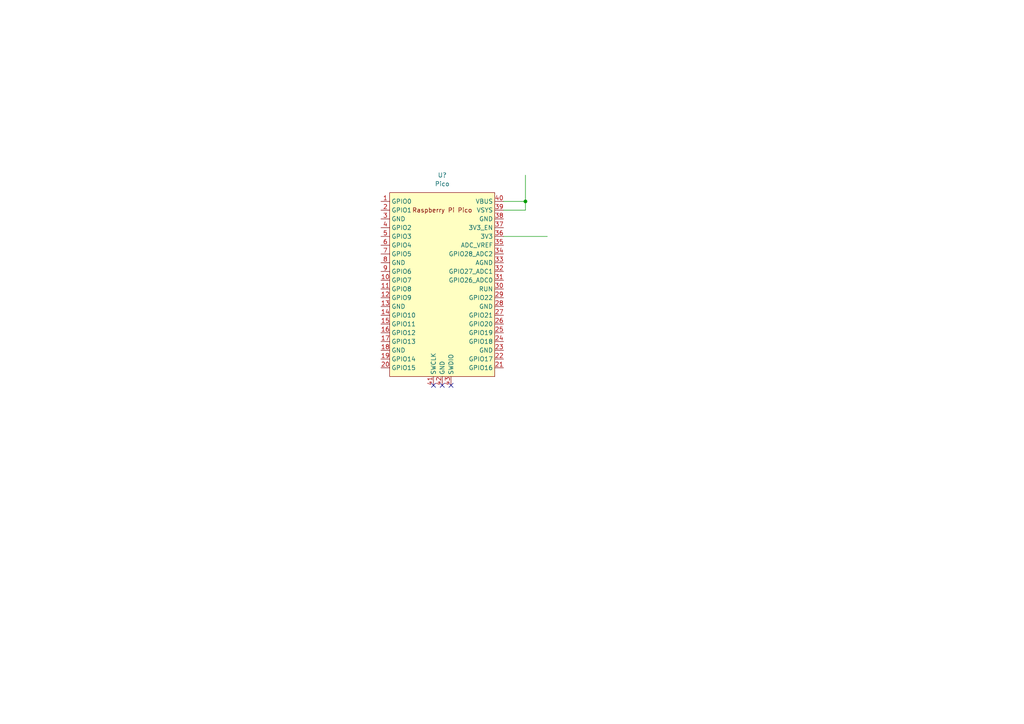
<source format=kicad_sch>
(kicad_sch (version 20231120) (generator "eeschema") (generator_version "8.0")
  (paper "A4")
  (lib_symbols
    (symbol "MCU_RaspberryPi_and_Boards:Pico"
      (property "Reference" "U" (at -13.97 27.94 0))
      (property "Value" "Pico" (at 0 19.05 0))
      (symbol "Pico_0_0"
        (text "Raspberry Pi Pico" (at 0 21.59 0) (effects (font (size 1.27 1.27))))
      )
      (symbol "Pico_0_1"
        (rectangle (start -15.24 26.67) (end 15.24 -26.67) (fill (type background)))
      )
      (symbol "Pico_1_1"
        (pin bidirectional line (at -17.78 24.13 0) (length 2.54) (name "GPIO0") (number "1"))
        (pin bidirectional line (at -17.78 1.27 0) (length 2.54) (name "GPIO7") (number "10"))
        (pin bidirectional line (at -17.78 -1.27 0) (length 2.54) (name "GPIO8") (number "11"))
        (pin bidirectional line (at -17.78 -3.81 0) (length 2.54) (name "GPIO9") (number "12"))
        (pin power_in line (at -17.78 -6.35 0) (length 2.54) (name "GND") (number "13"))
        (pin bidirectional line (at -17.78 -8.89 0) (length 2.54) (name "GPIO10") (number "14"))
        (pin bidirectional line (at -17.78 -11.43 0) (length 2.54) (name "GPIO11") (number "15"))
        (pin bidirectional line (at -17.78 -13.97 0) (length 2.54) (name "GPIO12") (number "16"))
        (pin bidirectional line (at -17.78 -16.51 0) (length 2.54) (name "GPIO13") (number "17"))
        (pin power_in line (at -17.78 -19.05 0) (length 2.54) (name "GND") (number "18"))
        (pin bidirectional line (at -17.78 -21.59 0) (length 2.54) (name "GPIO14") (number "19"))
        (pin bidirectional line (at -17.78 21.59 0) (length 2.54) (name "GPIO1") (number "2"))
        (pin bidirectional line (at -17.78 -24.13 0) (length 2.54) (name "GPIO15") (number "20"))
        (pin bidirectional line (at 17.78 -24.13 180) (length 2.54) (name "GPIO16") (number "21"))
        (pin bidirectional line (at 17.78 -21.59 180) (length 2.54) (name "GPIO17") (number "22"))
        (pin power_in line (at 17.78 -19.05 180) (length 2.54) (name "GND") (number "23"))
        (pin bidirectional line (at 17.78 -16.51 180) (length 2.54) (name "GPIO18") (number "24"))
        (pin bidirectional line (at 17.78 -13.97 180) (length 2.54) (name "GPIO19") (number "25"))
        (pin bidirectional line (at 17.78 -11.43 180) (length 2.54) (name "GPIO20") (number "26"))
        (pin bidirectional line (at 17.78 -8.89 180) (length 2.54) (name "GPIO21") (number "27"))
        (pin power_in line (at 17.78 -6.35 180) (length 2.54) (name "GND") (number "28"))
        (pin bidirectional line (at 17.78 -3.81 180) (length 2.54) (name "GPIO22") (number "29"))
        (pin power_in line (at -17.78 19.05 0) (length 2.54) (name "GND") (number "3"))
        (pin input line (at 17.78 -1.27 180) (length 2.54) (name "RUN") (number "30"))
        (pin bidirectional line (at 17.78 1.27 180) (length 2.54) (name "GPIO26_ADC0") (number "31"))
        (pin bidirectional line (at 17.78 3.81 180) (length 2.54) (name "GPIO27_ADC1") (number "32"))
        (pin power_in line (at 17.78 6.35 180) (length 2.54) (name "AGND") (number "33"))
        (pin bidirectional line (at 17.78 8.89 180) (length 2.54) (name "GPIO28_ADC2") (number "34"))
        (pin power_in line (at 17.78 11.43 180) (length 2.54) (name "ADC_VREF") (number "35"))
        (pin power_in line (at 17.78 13.97 180) (length 2.54) (name "3V3") (number "36"))
        (pin input line (at 17.78 16.51 180) (length 2.54) (name "3V3_EN") (number "37"))
        (pin bidirectional line (at 17.78 19.05 180) (length 2.54) (name "GND") (number "38"))
        (pin power_in line (at 17.78 21.59 180) (length 2.54) (name "VSYS") (number "39"))
        (pin bidirectional line (at -17.78 16.51 0) (length 2.54) (name "GPIO2") (number "4"))
        (pin power_in line (at 17.78 24.13 180) (length 2.54) (name "VBUS") (number "40"))
        (pin input line (at -2.54 -29.21 90) (length 2.54) (name "SWCLK") (number "41"))
        (pin power_in line (at 0 -29.21 90) (length 2.54) (name "GND") (number "42"))
        (pin bidirectional line (at 2.54 -29.21 90) (length 2.54) (name "SWDIO") (number "43"))
        (pin bidirectional line (at -17.78 13.97 0) (length 2.54) (name "GPIO3") (number "5"))
        (pin bidirectional line (at -17.78 11.43 0) (length 2.54) (name "GPIO4") (number "6"))
        (pin bidirectional line (at -17.78 8.89 0) (length 2.54) (name "GPIO5") (number "7"))
        (pin power_in line (at -17.78 6.35 0) (length 2.54) (name "GND") (number "8"))
        (pin bidirectional line (at -17.78 3.81 0) (length 2.54) (name "GPIO6") (number "9"))
      )
    )
  )
  (junction (at 152.4 58.42))
  (no_connect (at 125.73 111.76))
  (no_connect (at 128.27 111.76))
  (no_connect (at 130.81 111.76))
  (wire (pts (xy 152.4 50.8) (xy 152.4 58.42)))
  (wire (pts (xy 146.05 58.42) (xy 152.4 58.42)))
  (wire (pts (xy 146.05 68.58) (xy 158.75 68.58)))
  (wire (pts (xy 152.4 58.42) (xy 152.4 60.96)))
  (wire (pts (xy 152.4 60.96) (xy 146.05 60.96)))
  (symbol (lib_id "MCU_RaspberryPi_and_Boards:Pico") (at 128.27 82.55 0) (unit 1)
    (property "Reference" "U?" (at 128.27 50.8 0))
    (property "Value" "Pico" (at 128.27 53.34 0))
    (property "Footprint" "RPi_Pico:RPi_Pico_SMD_TH" (effects (hide yes)))
  )
)
</source>
